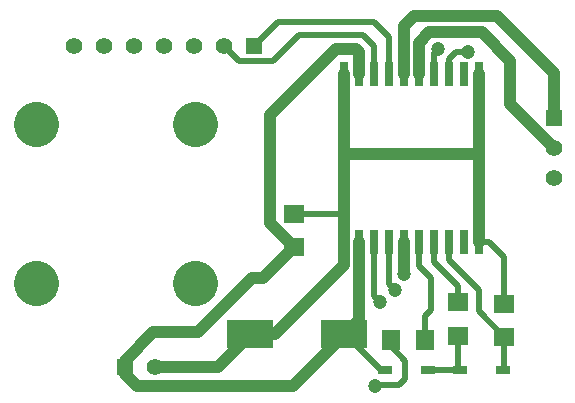
<source format=gtl>
G04 ( created by brdgerber.py ( brdgerber.py v0.1 2014-03-12 ) ) date 2021-02-10 18:50:51 EST*
G04 Gerber Fmt 3.4, Leading zero omitted, Abs format*
%MOIN*%
%FSLAX34Y34*%
G01*
G70*
G90*
G04 APERTURE LIST*
%ADD14R,0.0550X0.0550*%
%ADD25C,0.0059*%
%ADD27R,0.1575X0.0945*%
%ADD28C,0.0047*%
%ADD21C,0.0000*%
%ADD17R,0.0629X0.0709*%
%ADD24C,0.0100*%
%ADD11C,0.0050*%
%ADD13C,0.0020*%
%ADD22R,0.0709X0.0629*%
%ADD26C,0.0400*%
%ADD10R,0.0260X0.0800*%
%ADD23C,0.0200*%
%ADD15C,0.0550*%
%ADD12C,0.0060*%
%ADD19C,0.0012*%
%ADD16C,0.0120*%
%ADD29C,0.0472*%
%ADD20C,0.1500*%
%ADD18R,0.0472X0.0275*%
G04 APERTURE END LIST*
G54D14*
D10*
X10350Y22400D03*
D10*
X09850Y22400D03*
D10*
X09350Y22400D03*
D10*
X08850Y22400D03*
D10*
X08350Y22400D03*
D10*
X07850Y22400D03*
D10*
X07350Y22400D03*
D10*
X06850Y22400D03*
D10*
X06850Y16800D03*
D10*
X07350Y16800D03*
D10*
X07850Y16800D03*
D10*
X08350Y16800D03*
D10*
X08850Y16800D03*
D10*
X09350Y16800D03*
D10*
X09850Y16800D03*
D10*
X10350Y16800D03*
D10*
X06350Y22400D03*
D10*
X05850Y22400D03*
D10*
X06350Y16800D03*
D10*
X05850Y16800D03*
D14*
X02850Y23350D03*
D15*
X01850Y23350D03*
D15*
X00850Y23350D03*
D15*
X-00150Y23350D03*
D15*
X-01150Y23350D03*
D15*
X-02150Y23350D03*
D15*
X-03150Y23350D03*
D17*
X07441Y13550D03*
D17*
X08559Y13550D03*
D18*
X11178Y12550D03*
D18*
X09722Y12550D03*
D20*
G01X-04395Y15455D02*
G01X-04395Y15455D01*
D20*
G01X00895Y15455D02*
G01X00895Y15455D01*
D20*
G01X00895Y20745D02*
G01X00895Y20745D01*
D20*
G01X-04395Y20745D02*
G01X-04395Y20745D01*
D14*
X-01450Y12650D03*
D15*
X-00450Y12650D03*
D22*
X09650Y14809D03*
D22*
X09650Y13691D03*
D22*
X11201Y14759D03*
D22*
X11201Y13641D03*
D22*
X04200Y17759D03*
D22*
X04200Y16641D03*
D14*
X12850Y20950D03*
D15*
X12850Y19950D03*
D15*
X12850Y18950D03*
D18*
X08678Y12550D03*
D18*
X07222Y12550D03*
D26*
G01X07850Y16800D02*
G01X07850Y15750D01*
D27*
X05875Y13750D03*
D27*
X02725Y13750D03*
D29*
X07850Y15750D03*
D23*
G01X11200Y14750D02*
G01X10950Y14750D01*
D23*
G01X10350Y16800D02*
G01X10700Y16800D01*
D23*
G01X10700Y16800D02*
G01X11200Y16300D01*
D23*
G01X11200Y16300D02*
G01X11200Y14750D01*
D23*
G01X07200Y12550D02*
G01X07100Y12550D01*
D23*
G01X07100Y12550D02*
G01X05900Y13750D01*
D23*
G01X08700Y12550D02*
G01X09700Y12550D01*
D23*
G01X09650Y13700D02*
G01X09650Y12600D01*
D23*
G01X09650Y12600D02*
G01X09700Y12550D01*
D23*
G01X11200Y12550D02*
G01X11200Y13650D01*
D23*
G01X08850Y16800D02*
G01X08850Y16150D01*
D23*
G01X08850Y16150D02*
G01X09650Y15350D01*
D23*
G01X09650Y15350D02*
G01X09650Y14800D01*
D23*
G01X09350Y16800D02*
G01X09350Y16200D01*
D23*
G01X09350Y16200D02*
G01X10350Y15200D01*
D23*
G01X10350Y15200D02*
G01X10350Y14500D01*
D23*
G01X10350Y14500D02*
G01X11200Y13650D01*
D23*
G01X07450Y13550D02*
G01X07450Y13300D01*
D23*
G01X07450Y13300D02*
G01X07900Y12850D01*
D23*
G01X07900Y12850D02*
G01X07900Y12250D01*
D23*
G01X07900Y12250D02*
G01X07700Y12050D01*
D23*
G01X08550Y13550D02*
G01X08550Y14350D01*
D23*
G01X08550Y14350D02*
G01X08750Y14550D01*
D23*
G01X08750Y14550D02*
G01X08750Y15600D01*
D23*
G01X08750Y15600D02*
G01X08350Y16000D01*
D23*
G01X08350Y16000D02*
G01X08350Y16800D01*
D26*
G01X-01450Y12650D02*
G01X-01450Y12400D01*
D26*
G01X-01450Y12400D02*
G01X-01050Y12000D01*
D26*
G01X05850Y19750D02*
G01X10350Y19750D01*
D26*
G01X05850Y16800D02*
G01X05850Y22400D01*
D26*
G01X05550Y13750D02*
G01X05900Y13750D01*
D26*
G01X06350Y16800D02*
G01X06350Y14200D01*
D26*
G01X06350Y14200D02*
G01X05900Y13750D01*
D26*
G01X10350Y22400D02*
G01X10350Y16800D01*
D26*
G01X02750Y13750D02*
G01X03550Y13750D01*
D26*
G01X03550Y13750D02*
G01X05850Y16050D01*
D26*
G01X05850Y16050D02*
G01X05850Y16800D01*
D23*
G01X09350Y22400D02*
G01X09350Y22900D01*
D23*
G01X09350Y22900D02*
G01X09600Y23150D01*
D23*
G01X09600Y23150D02*
G01X10000Y23150D01*
D29*
X10000Y23150D03*
D23*
G01X08850Y22400D02*
G01X08850Y23100D01*
D23*
G01X08850Y23100D02*
G01X09000Y23250D01*
D29*
X09000Y23250D03*
D26*
G01X08350Y22400D02*
G01X08350Y23450D01*
D26*
G01X08350Y23450D02*
G01X08700Y23800D01*
D26*
G01X08700Y23800D02*
G01X10450Y23800D01*
D26*
G01X10450Y23800D02*
G01X11400Y22850D01*
D26*
G01X11400Y22850D02*
G01X11400Y21400D01*
D26*
G01X11400Y21400D02*
G01X12850Y19950D01*
D26*
G01X07850Y22400D02*
G01X07850Y24000D01*
D26*
G01X07850Y24000D02*
G01X08200Y24350D01*
D26*
G01X08200Y24350D02*
G01X10950Y24350D01*
D26*
G01X10950Y24350D02*
G01X12850Y22450D01*
D26*
G01X12850Y22450D02*
G01X12850Y20950D01*
D26*
G01X-00450Y12650D02*
G01X01650Y12650D01*
D26*
G01X01650Y12650D02*
G01X02750Y13750D01*
D26*
G01X-01050Y12000D02*
G01X04150Y12000D01*
D26*
G01X04150Y12000D02*
G01X05900Y13750D01*
D23*
G01X07700Y12050D02*
G01X06950Y12050D01*
D23*
G01X06950Y12050D02*
G01X06900Y12000D01*
D29*
X06900Y12000D03*
D23*
G01X-01450Y12650D02*
G01X-01400Y12650D01*
D26*
G01X06350Y23150D02*
G01X06250Y23250D01*
D26*
G01X06250Y23250D02*
G01X05600Y23250D01*
D26*
G01X03400Y21050D02*
G01X03400Y17450D01*
D26*
G01X05600Y23250D02*
G01X03400Y21050D01*
D26*
G01X03400Y17450D02*
G01X04200Y16650D01*
D23*
G01X04200Y17750D02*
G01X05800Y17750D01*
D23*
G01X05800Y17750D02*
G01X05850Y17800D01*
D23*
G01X07350Y22400D02*
G01X07350Y23650D01*
D23*
G01X07350Y23650D02*
G01X06850Y24150D01*
D23*
G01X06850Y24150D02*
G01X03650Y24150D01*
D23*
G01X03650Y24150D02*
G01X02850Y23350D01*
D23*
G01X03300Y22850D02*
G01X02350Y22850D01*
D23*
G01X02350Y22850D02*
G01X01850Y23350D01*
D26*
G01X06350Y22400D02*
G01X06350Y23150D01*
D26*
G01X-01450Y12650D02*
G01X-01450Y12850D01*
D26*
G01X-01450Y12850D02*
G01X-00500Y13800D01*
D26*
G01X-00500Y13800D02*
G01X01000Y13800D01*
D26*
G01X01000Y13800D02*
G01X02800Y15600D01*
D26*
G01X02800Y15600D02*
G01X03150Y15600D01*
D26*
G01X03150Y15600D02*
G01X04200Y16650D01*
D23*
G01X06850Y22400D02*
G01X06850Y23350D01*
D23*
G01X06850Y23350D02*
G01X06500Y23700D01*
D23*
G01X06500Y23700D02*
G01X04350Y23700D01*
D23*
G01X04350Y23700D02*
G01X03500Y22850D01*
D23*
G01X03500Y22850D02*
G01X03250Y22850D01*
D23*
G01X06850Y16800D02*
G01X06850Y15000D01*
D23*
G01X06850Y15000D02*
G01X07050Y14800D01*
D29*
X07050Y14800D03*
D23*
G01X07350Y16800D02*
G01X07350Y15400D01*
D23*
G01X07350Y15400D02*
G01X07550Y15200D01*
D29*
X07550Y15200D03*
M02*

</source>
